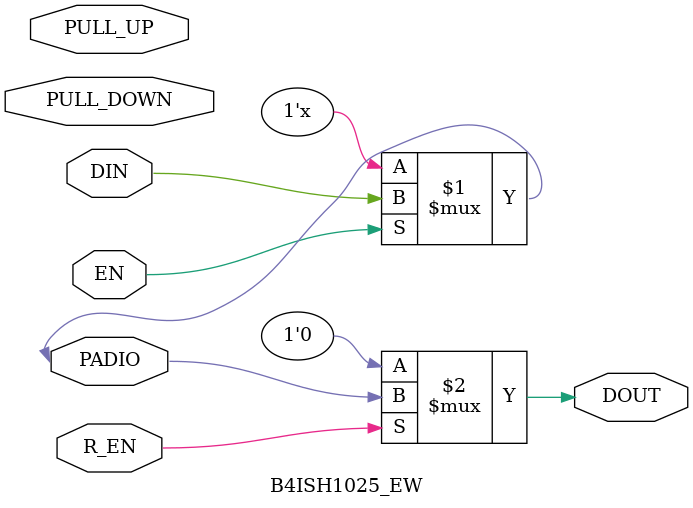
<source format=v>
module B4ISH1025_EW (
  inout  wire PADIO,
  output wire DOUT,
  input  wire DIN,
  input  wire EN,
  input  wire R_EN,
  input  wire PULL_UP,
  input  wire PULL_DOWN
);

//synopsy translate_off
//pragma  translate_off
assign PADIO = EN   ? DIN   : 1'bZ;
assign DOUT  = R_EN ? PADIO : 1'b0;

//synopsy translate_on
//pragma  translate_on

endmodule

</source>
